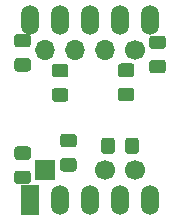
<source format=gbr>
%TF.GenerationSoftware,KiCad,Pcbnew,5.1.9+dfsg1-1+deb11u1*%
%TF.CreationDate,2024-08-22T01:22:47-07:00*%
%TF.ProjectId,micro7Decoder,6d696372-6f37-4446-9563-6f6465722e6b,rev?*%
%TF.SameCoordinates,Original*%
%TF.FileFunction,Soldermask,Top*%
%TF.FilePolarity,Negative*%
%FSLAX46Y46*%
G04 Gerber Fmt 4.6, Leading zero omitted, Abs format (unit mm)*
G04 Created by KiCad (PCBNEW 5.1.9+dfsg1-1+deb11u1) date 2024-08-22 01:22:47*
%MOMM*%
%LPD*%
G01*
G04 APERTURE LIST*
%ADD10C,1.700000*%
%ADD11O,1.700000X1.700000*%
%ADD12R,1.700000X1.700000*%
%ADD13R,1.524000X2.524000*%
%ADD14O,1.524000X2.524000*%
G04 APERTURE END LIST*
D10*
%TO.C,J4*%
X146050000Y-78740000D03*
%TD*%
%TO.C,R7*%
G36*
G01*
X138614999Y-69275000D02*
X139515001Y-69275000D01*
G75*
G02*
X139765000Y-69524999I0J-249999D01*
G01*
X139765000Y-70175001D01*
G75*
G02*
X139515001Y-70425000I-249999J0D01*
G01*
X138614999Y-70425000D01*
G75*
G02*
X138365000Y-70175001I0J249999D01*
G01*
X138365000Y-69524999D01*
G75*
G02*
X138614999Y-69275000I249999J0D01*
G01*
G37*
G36*
G01*
X138614999Y-67225000D02*
X139515001Y-67225000D01*
G75*
G02*
X139765000Y-67474999I0J-249999D01*
G01*
X139765000Y-68125001D01*
G75*
G02*
X139515001Y-68375000I-249999J0D01*
G01*
X138614999Y-68375000D01*
G75*
G02*
X138365000Y-68125001I0J249999D01*
G01*
X138365000Y-67474999D01*
G75*
G02*
X138614999Y-67225000I249999J0D01*
G01*
G37*
%TD*%
%TO.C,R6*%
G36*
G01*
X141789999Y-71815000D02*
X142690001Y-71815000D01*
G75*
G02*
X142940000Y-72064999I0J-249999D01*
G01*
X142940000Y-72715001D01*
G75*
G02*
X142690001Y-72965000I-249999J0D01*
G01*
X141789999Y-72965000D01*
G75*
G02*
X141540000Y-72715001I0J249999D01*
G01*
X141540000Y-72064999D01*
G75*
G02*
X141789999Y-71815000I249999J0D01*
G01*
G37*
G36*
G01*
X141789999Y-69765000D02*
X142690001Y-69765000D01*
G75*
G02*
X142940000Y-70014999I0J-249999D01*
G01*
X142940000Y-70665001D01*
G75*
G02*
X142690001Y-70915000I-249999J0D01*
G01*
X141789999Y-70915000D01*
G75*
G02*
X141540000Y-70665001I0J249999D01*
G01*
X141540000Y-70014999D01*
G75*
G02*
X141789999Y-69765000I249999J0D01*
G01*
G37*
%TD*%
%TO.C,R5*%
G36*
G01*
X139515001Y-77900000D02*
X138614999Y-77900000D01*
G75*
G02*
X138365000Y-77650001I0J249999D01*
G01*
X138365000Y-76999999D01*
G75*
G02*
X138614999Y-76750000I249999J0D01*
G01*
X139515001Y-76750000D01*
G75*
G02*
X139765000Y-76999999I0J-249999D01*
G01*
X139765000Y-77650001D01*
G75*
G02*
X139515001Y-77900000I-249999J0D01*
G01*
G37*
G36*
G01*
X139515001Y-79950000D02*
X138614999Y-79950000D01*
G75*
G02*
X138365000Y-79700001I0J249999D01*
G01*
X138365000Y-79049999D01*
G75*
G02*
X138614999Y-78800000I249999J0D01*
G01*
X139515001Y-78800000D01*
G75*
G02*
X139765000Y-79049999I0J-249999D01*
G01*
X139765000Y-79700001D01*
G75*
G02*
X139515001Y-79950000I-249999J0D01*
G01*
G37*
%TD*%
%TO.C,R4*%
G36*
G01*
X143388501Y-76838500D02*
X142488499Y-76838500D01*
G75*
G02*
X142238500Y-76588501I0J249999D01*
G01*
X142238500Y-75938499D01*
G75*
G02*
X142488499Y-75688500I249999J0D01*
G01*
X143388501Y-75688500D01*
G75*
G02*
X143638500Y-75938499I0J-249999D01*
G01*
X143638500Y-76588501D01*
G75*
G02*
X143388501Y-76838500I-249999J0D01*
G01*
G37*
G36*
G01*
X143388501Y-78888500D02*
X142488499Y-78888500D01*
G75*
G02*
X142238500Y-78638501I0J249999D01*
G01*
X142238500Y-77988499D01*
G75*
G02*
X142488499Y-77738500I249999J0D01*
G01*
X143388501Y-77738500D01*
G75*
G02*
X143638500Y-77988499I0J-249999D01*
G01*
X143638500Y-78638501D01*
G75*
G02*
X143388501Y-78888500I-249999J0D01*
G01*
G37*
%TD*%
%TO.C,R3*%
G36*
G01*
X146861000Y-76257999D02*
X146861000Y-77158001D01*
G75*
G02*
X146611001Y-77408000I-249999J0D01*
G01*
X145960999Y-77408000D01*
G75*
G02*
X145711000Y-77158001I0J249999D01*
G01*
X145711000Y-76257999D01*
G75*
G02*
X145960999Y-76008000I249999J0D01*
G01*
X146611001Y-76008000D01*
G75*
G02*
X146861000Y-76257999I0J-249999D01*
G01*
G37*
G36*
G01*
X148911000Y-76257999D02*
X148911000Y-77158001D01*
G75*
G02*
X148661001Y-77408000I-249999J0D01*
G01*
X148010999Y-77408000D01*
G75*
G02*
X147761000Y-77158001I0J249999D01*
G01*
X147761000Y-76257999D01*
G75*
G02*
X148010999Y-76008000I249999J0D01*
G01*
X148661001Y-76008000D01*
G75*
G02*
X148911000Y-76257999I0J-249999D01*
G01*
G37*
%TD*%
%TO.C,R2*%
G36*
G01*
X150044999Y-69420000D02*
X150945001Y-69420000D01*
G75*
G02*
X151195000Y-69669999I0J-249999D01*
G01*
X151195000Y-70320001D01*
G75*
G02*
X150945001Y-70570000I-249999J0D01*
G01*
X150044999Y-70570000D01*
G75*
G02*
X149795000Y-70320001I0J249999D01*
G01*
X149795000Y-69669999D01*
G75*
G02*
X150044999Y-69420000I249999J0D01*
G01*
G37*
G36*
G01*
X150044999Y-67370000D02*
X150945001Y-67370000D01*
G75*
G02*
X151195000Y-67619999I0J-249999D01*
G01*
X151195000Y-68270001D01*
G75*
G02*
X150945001Y-68520000I-249999J0D01*
G01*
X150044999Y-68520000D01*
G75*
G02*
X149795000Y-68270001I0J249999D01*
G01*
X149795000Y-67619999D01*
G75*
G02*
X150044999Y-67370000I249999J0D01*
G01*
G37*
%TD*%
%TO.C,R1*%
G36*
G01*
X147377999Y-71782200D02*
X148278001Y-71782200D01*
G75*
G02*
X148528000Y-72032199I0J-249999D01*
G01*
X148528000Y-72682201D01*
G75*
G02*
X148278001Y-72932200I-249999J0D01*
G01*
X147377999Y-72932200D01*
G75*
G02*
X147128000Y-72682201I0J249999D01*
G01*
X147128000Y-72032199D01*
G75*
G02*
X147377999Y-71782200I249999J0D01*
G01*
G37*
G36*
G01*
X147377999Y-69732200D02*
X148278001Y-69732200D01*
G75*
G02*
X148528000Y-69982199I0J-249999D01*
G01*
X148528000Y-70632201D01*
G75*
G02*
X148278001Y-70882200I-249999J0D01*
G01*
X147377999Y-70882200D01*
G75*
G02*
X147128000Y-70632201I0J249999D01*
G01*
X147128000Y-69982199D01*
G75*
G02*
X147377999Y-69732200I249999J0D01*
G01*
G37*
%TD*%
D11*
%TO.C,J3*%
X140970000Y-68580000D03*
X143510000Y-68580000D03*
X146050000Y-68580000D03*
D10*
X148590000Y-68580000D03*
%TD*%
D12*
%TO.C,J2*%
X140970000Y-78740000D03*
%TD*%
D10*
%TO.C,J1*%
X148590000Y-78740000D03*
%TD*%
D13*
%TO.C,AFF1*%
X139700000Y-81280000D03*
D14*
X142240000Y-81280000D03*
X144780000Y-81280000D03*
X147320000Y-81280000D03*
X149860000Y-81280000D03*
X149860000Y-66040000D03*
X147320000Y-66040000D03*
X144780000Y-66040000D03*
X142240000Y-66040000D03*
X139700000Y-66040000D03*
%TD*%
M02*

</source>
